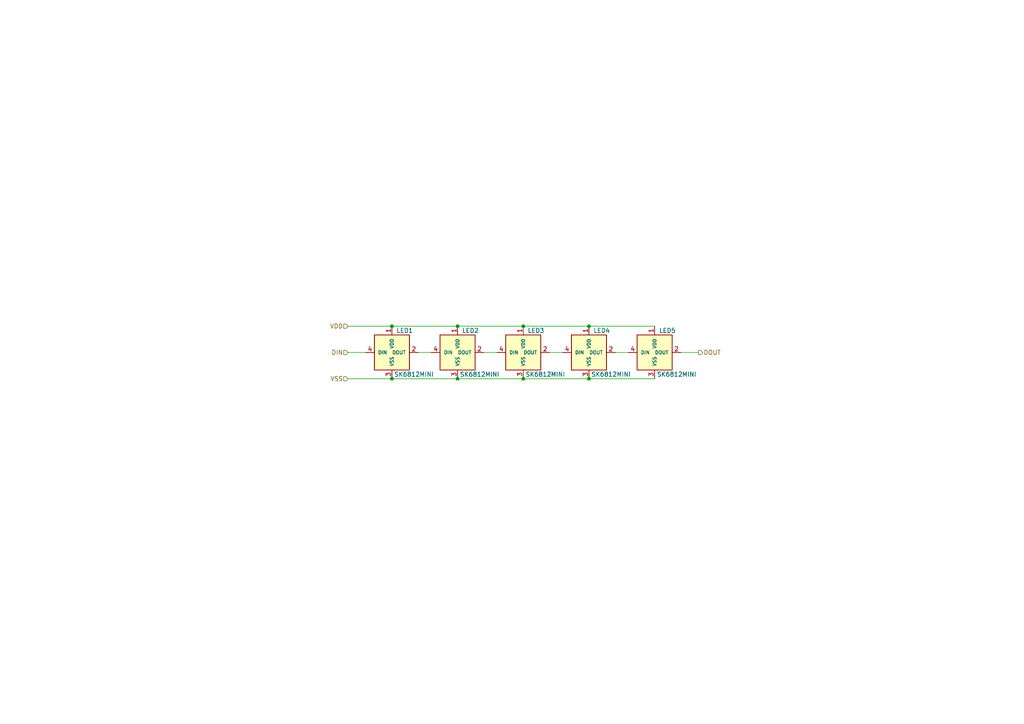
<source format=kicad_sch>
(kicad_sch (version 20211123) (generator eeschema)

  (uuid ee27d19c-8dca-4ac8-a760-6dfd54d28071)

  (paper "A4")

  (title_block
    (title "YUIOP60HH/LED Array")
    (date "2021-04-22")
    (rev "4")
    (company "KaoriYa")
  )

  (lib_symbols
    (symbol "kbd:YS-SK6812MINI-E" (pin_names (offset 1.016)) (in_bom yes) (on_board yes)
      (property "Reference" "LED" (id 0) (at 2.54 -7.62 0)
        (effects (font (size 0.7366 0.7366)))
      )
      (property "Value" "YS-SK6812MINI-E" (id 1) (at 6.35 -6.35 0)
        (effects (font (size 0.7366 0.7366)))
      )
      (property "Footprint" "" (id 2) (at 2.54 -6.35 0)
        (effects (font (size 1.27 1.27)) hide)
      )
      (property "Datasheet" "" (id 3) (at 2.54 -6.35 0)
        (effects (font (size 1.27 1.27)) hide)
      )
      (symbol "YS-SK6812MINI-E_0_1"
        (rectangle (start -5.08 5.08) (end 5.08 -5.08)
          (stroke (width 0.254) (type default) (color 0 0 0 0))
          (fill (type background))
        )
      )
      (symbol "YS-SK6812MINI-E_1_1"
        (pin power_in line (at 0 7.62 270) (length 2.54)
          (name "VDD" (effects (font (size 0.9906 0.9906))))
          (number "1" (effects (font (size 1.27 1.27))))
        )
        (pin output line (at 7.62 0 180) (length 2.54)
          (name "DOUT" (effects (font (size 0.9906 0.9906))))
          (number "2" (effects (font (size 1.27 1.27))))
        )
        (pin power_in line (at 0 -7.62 90) (length 2.54)
          (name "VSS" (effects (font (size 0.9906 0.9906))))
          (number "3" (effects (font (size 1.27 1.27))))
        )
        (pin input line (at -7.62 0 0) (length 2.54)
          (name "DIN" (effects (font (size 0.9906 0.9906))))
          (number "4" (effects (font (size 1.27 1.27))))
        )
      )
    )
  )

  (junction (at 113.665 109.855) (diameter 0) (color 0 0 0 0)
    (uuid 25d545dc-8f50-4573-922c-35ef5a2a3a19)
  )
  (junction (at 113.665 94.615) (diameter 0) (color 0 0 0 0)
    (uuid 7e023245-2c2b-4e2b-bfb9-5d35176e88f2)
  )
  (junction (at 151.765 109.855) (diameter 0) (color 0 0 0 0)
    (uuid 8c514922-ffe1-4e37-a260-e807409f2e0d)
  )
  (junction (at 170.815 94.615) (diameter 0) (color 0 0 0 0)
    (uuid aca4de92-9c41-4c2b-9afa-540d02dafa1c)
  )
  (junction (at 132.715 109.855) (diameter 0) (color 0 0 0 0)
    (uuid d5641ac9-9be7-46bf-90b3-6c83d852b5ba)
  )
  (junction (at 132.715 94.615) (diameter 0) (color 0 0 0 0)
    (uuid df68c26a-03b5-4466-aecf-ba34b7dce6b7)
  )
  (junction (at 170.815 109.855) (diameter 0) (color 0 0 0 0)
    (uuid e21aa84b-970e-47cf-b64f-3b55ee0e1b51)
  )
  (junction (at 151.765 94.615) (diameter 0) (color 0 0 0 0)
    (uuid e8c50f1b-c316-4110-9cce-5c24c65a1eaa)
  )

  (wire (pts (xy 100.965 102.235) (xy 106.045 102.235))
    (stroke (width 0) (type default) (color 0 0 0 0))
    (uuid 03caada9-9e22-4e2d-9035-b15433dfbb17)
  )
  (wire (pts (xy 113.665 109.855) (xy 132.715 109.855))
    (stroke (width 0) (type default) (color 0 0 0 0))
    (uuid 1e8701fc-ad24-40ea-846a-e3db538d6077)
  )
  (wire (pts (xy 202.565 102.235) (xy 197.485 102.235))
    (stroke (width 0) (type default) (color 0 0 0 0))
    (uuid 1f3003e6-dce5-420f-906b-3f1e92b67249)
  )
  (wire (pts (xy 100.965 94.615) (xy 113.665 94.615))
    (stroke (width 0) (type default) (color 0 0 0 0))
    (uuid 40165eda-4ba6-4565-9bb4-b9df6dbb08da)
  )
  (wire (pts (xy 151.765 109.855) (xy 170.815 109.855))
    (stroke (width 0) (type default) (color 0 0 0 0))
    (uuid 40976bf0-19de-460f-ad64-224d4f51e16b)
  )
  (wire (pts (xy 113.665 94.615) (xy 132.715 94.615))
    (stroke (width 0) (type default) (color 0 0 0 0))
    (uuid 4780a290-d25c-4459-9579-eba3f7678762)
  )
  (wire (pts (xy 144.145 102.235) (xy 140.335 102.235))
    (stroke (width 0) (type default) (color 0 0 0 0))
    (uuid 639c0e59-e95c-4114-bccd-2e7277505454)
  )
  (wire (pts (xy 125.095 102.235) (xy 121.285 102.235))
    (stroke (width 0) (type default) (color 0 0 0 0))
    (uuid 8ca3e20d-bcc7-4c5e-9deb-562dfed9fecb)
  )
  (wire (pts (xy 182.245 102.235) (xy 178.435 102.235))
    (stroke (width 0) (type default) (color 0 0 0 0))
    (uuid a15a7506-eae4-4933-84da-9ad754258706)
  )
  (wire (pts (xy 132.715 94.615) (xy 151.765 94.615))
    (stroke (width 0) (type default) (color 0 0 0 0))
    (uuid babeabf2-f3b0-4ed5-8d9e-0215947e6cf3)
  )
  (wire (pts (xy 132.715 109.855) (xy 151.765 109.855))
    (stroke (width 0) (type default) (color 0 0 0 0))
    (uuid c25a772d-af9c-4ebc-96f6-0966738c13a8)
  )
  (wire (pts (xy 170.815 94.615) (xy 189.865 94.615))
    (stroke (width 0) (type default) (color 0 0 0 0))
    (uuid c43663ee-9a0d-4f27-a292-89ba89964065)
  )
  (wire (pts (xy 100.965 109.855) (xy 113.665 109.855))
    (stroke (width 0) (type default) (color 0 0 0 0))
    (uuid c830e3bc-dc64-4f65-8f47-3b106bae2807)
  )
  (wire (pts (xy 170.815 109.855) (xy 189.865 109.855))
    (stroke (width 0) (type default) (color 0 0 0 0))
    (uuid c8c79177-94d4-43e2-a654-f0a5554fbb68)
  )
  (wire (pts (xy 163.195 102.235) (xy 159.385 102.235))
    (stroke (width 0) (type default) (color 0 0 0 0))
    (uuid d3c11c8f-a73d-4211-934b-a6da255728ad)
  )
  (wire (pts (xy 151.765 94.615) (xy 170.815 94.615))
    (stroke (width 0) (type default) (color 0 0 0 0))
    (uuid d7269d2a-b8c0-422d-8f25-f79ea31bf75e)
  )

  (hierarchical_label "VDD" (shape input) (at 100.965 94.615 180)
    (effects (font (size 1.27 1.27)) (justify right))
    (uuid 0ff508fd-18da-4ab7-9844-3c8a28c2587e)
  )
  (hierarchical_label "DOUT" (shape output) (at 202.565 102.235 0)
    (effects (font (size 1.27 1.27)) (justify left))
    (uuid 13c0ff76-ed71-4cd9-abb0-92c376825d5d)
  )
  (hierarchical_label "VSS" (shape input) (at 100.965 109.855 180)
    (effects (font (size 1.27 1.27)) (justify right))
    (uuid 378af8b4-af3d-46e7-89ae-deff12ca9067)
  )
  (hierarchical_label "DIN" (shape input) (at 100.965 102.235 180)
    (effects (font (size 1.27 1.27)) (justify right))
    (uuid a27eb049-c992-4f11-a026-1e6a8d9d0160)
  )

  (symbol (lib_id "kbd:YS-SK6812MINI-E") (at 113.665 102.235 0) (unit 1)
    (in_bom yes) (on_board yes)
    (uuid 00000000-0000-0000-0000-000060709497)
    (property "Reference" "LED1" (id 0) (at 114.935 95.885 0)
      (effects (font (size 1.27 1.27)) (justify left))
    )
    (property "Value" "SK6812MINI" (id 1) (at 114.3 108.585 0)
      (effects (font (size 1.27 1.27)) (justify left))
    )
    (property "Footprint" "yuiop:SK6812MINI-E_B" (id 2) (at 114.935 109.855 0)
      (effects (font (size 1.27 1.27)) (justify left top) hide)
    )
    (property "Datasheet" "https://cdn-shop.adafruit.com/product-files/2686/SK6812MINI_REV.01-1-2.pdf" (id 3) (at 116.205 111.76 0)
      (effects (font (size 1.27 1.27)) (justify left top) hide)
    )
    (pin "1" (uuid 19d769b5-2ef3-4fdb-a711-298b068871f5))
    (pin "2" (uuid 427511e5-05a2-4ea0-96e9-883baebe2f8a))
    (pin "3" (uuid b883e906-5212-44dc-91ee-192b374335a1))
    (pin "4" (uuid 0a321a7d-66b1-410c-83b9-94dcfa452ca7))
  )

  (symbol (lib_id "kbd:YS-SK6812MINI-E") (at 132.715 102.235 0) (unit 1)
    (in_bom yes) (on_board yes)
    (uuid 00000000-0000-0000-0000-000060710d9b)
    (property "Reference" "LED2" (id 0) (at 133.985 95.885 0)
      (effects (font (size 1.27 1.27)) (justify left))
    )
    (property "Value" "SK6812MINI" (id 1) (at 133.35 108.585 0)
      (effects (font (size 1.27 1.27)) (justify left))
    )
    (property "Footprint" "yuiop:SK6812MINI-E_B" (id 2) (at 133.985 109.855 0)
      (effects (font (size 1.27 1.27)) (justify left top) hide)
    )
    (property "Datasheet" "https://cdn-shop.adafruit.com/product-files/2686/SK6812MINI_REV.01-1-2.pdf" (id 3) (at 135.255 111.76 0)
      (effects (font (size 1.27 1.27)) (justify left top) hide)
    )
    (pin "1" (uuid 43bd7a7b-427a-431f-a2bd-5d68737e1f59))
    (pin "2" (uuid 9fa19f51-e022-4533-8f6a-1d753254c814))
    (pin "3" (uuid 69a767ff-af7a-492a-9e6f-e70ea76f8960))
    (pin "4" (uuid b8f1f089-9b18-4340-befb-56ea3e3aa00d))
  )

  (symbol (lib_id "kbd:YS-SK6812MINI-E") (at 151.765 102.235 0) (unit 1)
    (in_bom yes) (on_board yes)
    (uuid 00000000-0000-0000-0000-000060714963)
    (property "Reference" "LED3" (id 0) (at 153.035 95.885 0)
      (effects (font (size 1.27 1.27)) (justify left))
    )
    (property "Value" "SK6812MINI" (id 1) (at 152.4 108.585 0)
      (effects (font (size 1.27 1.27)) (justify left))
    )
    (property "Footprint" "yuiop:SK6812MINI-E_B" (id 2) (at 153.035 109.855 0)
      (effects (font (size 1.27 1.27)) (justify left top) hide)
    )
    (property "Datasheet" "https://cdn-shop.adafruit.com/product-files/2686/SK6812MINI_REV.01-1-2.pdf" (id 3) (at 154.305 111.76 0)
      (effects (font (size 1.27 1.27)) (justify left top) hide)
    )
    (pin "1" (uuid 001b2fc7-a6b8-48f0-8538-d3fb03b1c196))
    (pin "2" (uuid fc7f7087-70f9-4f6e-a26c-9cdb26486a44))
    (pin "3" (uuid 04220e42-065f-4387-91db-91878dabdd88))
    (pin "4" (uuid 24f8e719-9025-4284-aee0-606c4715a6d4))
  )

  (symbol (lib_id "kbd:YS-SK6812MINI-E") (at 170.815 102.235 0) (unit 1)
    (in_bom yes) (on_board yes)
    (uuid 00000000-0000-0000-0000-000060714969)
    (property "Reference" "LED4" (id 0) (at 172.085 95.885 0)
      (effects (font (size 1.27 1.27)) (justify left))
    )
    (property "Value" "SK6812MINI" (id 1) (at 171.45 108.585 0)
      (effects (font (size 1.27 1.27)) (justify left))
    )
    (property "Footprint" "yuiop:SK6812MINI-E_B" (id 2) (at 172.085 109.855 0)
      (effects (font (size 1.27 1.27)) (justify left top) hide)
    )
    (property "Datasheet" "https://cdn-shop.adafruit.com/product-files/2686/SK6812MINI_REV.01-1-2.pdf" (id 3) (at 173.355 111.76 0)
      (effects (font (size 1.27 1.27)) (justify left top) hide)
    )
    (pin "1" (uuid 1ea078cb-1147-441e-ba62-16b97949a1f6))
    (pin "2" (uuid 5703a531-a1e1-4c06-8197-a4d6550c1819))
    (pin "3" (uuid 84937707-c8fa-458e-9f88-0b0663e73885))
    (pin "4" (uuid 0628a38d-caac-4931-869e-4e272384f5f2))
  )

  (symbol (lib_id "kbd:YS-SK6812MINI-E") (at 189.865 102.235 0) (unit 1)
    (in_bom yes) (on_board yes)
    (uuid 00000000-0000-0000-0000-0000607167db)
    (property "Reference" "LED5" (id 0) (at 191.135 95.885 0)
      (effects (font (size 1.27 1.27)) (justify left))
    )
    (property "Value" "SK6812MINI" (id 1) (at 190.5 108.585 0)
      (effects (font (size 1.27 1.27)) (justify left))
    )
    (property "Footprint" "yuiop:SK6812MINI-E_B" (id 2) (at 191.135 109.855 0)
      (effects (font (size 1.27 1.27)) (justify left top) hide)
    )
    (property "Datasheet" "https://cdn-shop.adafruit.com/product-files/2686/SK6812MINI_REV.01-1-2.pdf" (id 3) (at 192.405 111.76 0)
      (effects (font (size 1.27 1.27)) (justify left top) hide)
    )
    (pin "1" (uuid 3cb41d4f-d767-4115-a733-241e148e2c2d))
    (pin "2" (uuid 1f9b9a18-c5bf-4149-86f2-0fef6efa3fee))
    (pin "3" (uuid cce56f92-7beb-4eb6-a1c0-25d72e86eac6))
    (pin "4" (uuid 19c0b89a-ebaf-4913-a963-4661d34c4f22))
  )
)

</source>
